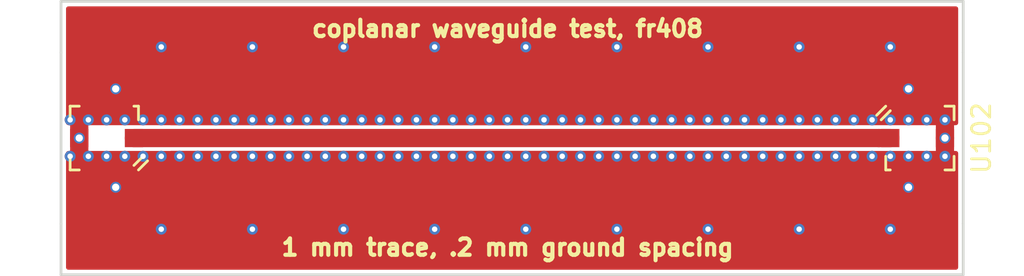
<source format=kicad_pcb>
(kicad_pcb (version 4) (host pcbnew 4.0.2-stable)

  (general
    (links 122)
    (no_connects 3)
    (area 104.604524 82.424999 173.395477 97.575001)
    (thickness 1.6)
    (drawings 10)
    (tracks 12)
    (zones 0)
    (modules 118)
    (nets 3)
  )

  (page A4)
  (layers
    (0 F.Cu signal)
    (1 In1.Cu signal)
    (2 In2.Cu signal)
    (31 B.Cu signal)
    (32 B.Adhes user)
    (33 F.Adhes user)
    (34 B.Paste user)
    (35 F.Paste user)
    (36 B.SilkS user)
    (37 F.SilkS user)
    (38 B.Mask user)
    (39 F.Mask user)
    (40 Dwgs.User user)
    (41 Cmts.User user)
    (42 Eco1.User user)
    (43 Eco2.User user)
    (44 Edge.Cuts user)
    (45 Margin user)
    (46 B.CrtYd user)
    (47 F.CrtYd user)
    (48 B.Fab user)
    (49 F.Fab user)
  )

  (setup
    (last_trace_width 1)
    (user_trace_width 1)
    (trace_clearance 0.13)
    (zone_clearance 0.2)
    (zone_45_only no)
    (trace_min 0.2)
    (segment_width 0.2)
    (edge_width 0.15)
    (via_size 0.6)
    (via_drill 0.4)
    (via_min_size 0.4)
    (via_min_drill 0.3)
    (uvia_size 0.3)
    (uvia_drill 0.1)
    (uvias_allowed no)
    (uvia_min_size 0.2)
    (uvia_min_drill 0.1)
    (pcb_text_width 0.3)
    (pcb_text_size 1.5 1.5)
    (mod_edge_width 0.15)
    (mod_text_size 1 1)
    (mod_text_width 0.15)
    (pad_size 0.6 0.6)
    (pad_drill 0.3)
    (pad_to_mask_clearance 0.2)
    (aux_axis_origin 0 0)
    (visible_elements FFFFFF7F)
    (pcbplotparams
      (layerselection 0x010f0_80000007)
      (usegerberextensions false)
      (excludeedgelayer true)
      (linewidth 0.100000)
      (plotframeref false)
      (viasonmask false)
      (mode 1)
      (useauxorigin false)
      (hpglpennumber 1)
      (hpglpenspeed 20)
      (hpglpendiameter 15)
      (hpglpenoverlay 2)
      (psnegative false)
      (psa4output false)
      (plotreference true)
      (plotvalue true)
      (plotinvisibletext false)
      (padsonsilk false)
      (subtractmaskfromsilk false)
      (outputformat 1)
      (mirror false)
      (drillshape 0)
      (scaleselection 1)
      (outputdirectory gerbs/))
  )

  (net 0 "")
  (net 1 "Net-(U101-Pad1)")
  (net 2 GND)

  (net_class Default "This is the default net class."
    (clearance 0.13)
    (trace_width 0.25)
    (via_dia 0.6)
    (via_drill 0.4)
    (uvia_dia 0.3)
    (uvia_drill 0.1)
    (add_net GND)
    (add_net "Net-(U101-Pad1)")
  )

  (module probe_footprints:via_0p6mmpad_0p4mmdrill (layer F.Cu) (tedit 577AFC4C) (tstamp 577AFEA4)
    (at 120 85)
    (fp_text reference REF**161 (at 0 1) (layer F.SilkS) hide
      (effects (font (size 1 1) (thickness 0.15)))
    )
    (fp_text value via_0p6mmpad_0p4mmdrill (at 0 -1) (layer F.Fab) hide
      (effects (font (size 1 1) (thickness 0.15)))
    )
    (pad 1 thru_hole circle (at 0 0) (size 0.6 0.6) (drill 0.3) (layers *.Cu)
      (net 2 GND))
  )

  (module probe_footprints:via_0p6mmpad_0p4mmdrill (layer F.Cu) (tedit 577AFC4C) (tstamp 577AFEA0)
    (at 125 85)
    (fp_text reference REF**161 (at 0 1) (layer F.SilkS) hide
      (effects (font (size 1 1) (thickness 0.15)))
    )
    (fp_text value via_0p6mmpad_0p4mmdrill (at 0 -1) (layer F.Fab) hide
      (effects (font (size 1 1) (thickness 0.15)))
    )
    (pad 1 thru_hole circle (at 0 0) (size 0.6 0.6) (drill 0.3) (layers *.Cu)
      (net 2 GND))
  )

  (module probe_footprints:via_0p6mmpad_0p4mmdrill (layer F.Cu) (tedit 577AFC4C) (tstamp 577AFE9C)
    (at 130 85)
    (fp_text reference REF**161 (at 0 1) (layer F.SilkS) hide
      (effects (font (size 1 1) (thickness 0.15)))
    )
    (fp_text value via_0p6mmpad_0p4mmdrill (at 0 -1) (layer F.Fab) hide
      (effects (font (size 1 1) (thickness 0.15)))
    )
    (pad 1 thru_hole circle (at 0 0) (size 0.6 0.6) (drill 0.3) (layers *.Cu)
      (net 2 GND))
  )

  (module probe_footprints:via_0p6mmpad_0p4mmdrill (layer F.Cu) (tedit 577AFC4C) (tstamp 577AFE98)
    (at 135 85)
    (fp_text reference REF**161 (at 0 1) (layer F.SilkS) hide
      (effects (font (size 1 1) (thickness 0.15)))
    )
    (fp_text value via_0p6mmpad_0p4mmdrill (at 0 -1) (layer F.Fab) hide
      (effects (font (size 1 1) (thickness 0.15)))
    )
    (pad 1 thru_hole circle (at 0 0) (size 0.6 0.6) (drill 0.3) (layers *.Cu)
      (net 2 GND))
  )

  (module probe_footprints:via_0p6mmpad_0p4mmdrill (layer F.Cu) (tedit 577AFC4C) (tstamp 577AFE94)
    (at 140 85)
    (fp_text reference REF**161 (at 0 1) (layer F.SilkS) hide
      (effects (font (size 1 1) (thickness 0.15)))
    )
    (fp_text value via_0p6mmpad_0p4mmdrill (at 0 -1) (layer F.Fab) hide
      (effects (font (size 1 1) (thickness 0.15)))
    )
    (pad 1 thru_hole circle (at 0 0) (size 0.6 0.6) (drill 0.3) (layers *.Cu)
      (net 2 GND))
  )

  (module probe_footprints:via_0p6mmpad_0p4mmdrill (layer F.Cu) (tedit 577AFC4C) (tstamp 577AFE90)
    (at 145 85)
    (fp_text reference REF**161 (at 0 1) (layer F.SilkS) hide
      (effects (font (size 1 1) (thickness 0.15)))
    )
    (fp_text value via_0p6mmpad_0p4mmdrill (at 0 -1) (layer F.Fab) hide
      (effects (font (size 1 1) (thickness 0.15)))
    )
    (pad 1 thru_hole circle (at 0 0) (size 0.6 0.6) (drill 0.3) (layers *.Cu)
      (net 2 GND))
  )

  (module probe_footprints:via_0p6mmpad_0p4mmdrill (layer F.Cu) (tedit 577AFC4C) (tstamp 577AFE8C)
    (at 150 85)
    (fp_text reference REF**161 (at 0 1) (layer F.SilkS) hide
      (effects (font (size 1 1) (thickness 0.15)))
    )
    (fp_text value via_0p6mmpad_0p4mmdrill (at 0 -1) (layer F.Fab) hide
      (effects (font (size 1 1) (thickness 0.15)))
    )
    (pad 1 thru_hole circle (at 0 0) (size 0.6 0.6) (drill 0.3) (layers *.Cu)
      (net 2 GND))
  )

  (module probe_footprints:via_0p6mmpad_0p4mmdrill (layer F.Cu) (tedit 577AFC4C) (tstamp 577AFE88)
    (at 155 85)
    (fp_text reference REF**161 (at 0 1) (layer F.SilkS) hide
      (effects (font (size 1 1) (thickness 0.15)))
    )
    (fp_text value via_0p6mmpad_0p4mmdrill (at 0 -1) (layer F.Fab) hide
      (effects (font (size 1 1) (thickness 0.15)))
    )
    (pad 1 thru_hole circle (at 0 0) (size 0.6 0.6) (drill 0.3) (layers *.Cu)
      (net 2 GND))
  )

  (module probe_footprints:via_0p6mmpad_0p4mmdrill (layer F.Cu) (tedit 577AFC4C) (tstamp 577AFE84)
    (at 160 85)
    (fp_text reference REF**161 (at 0 1) (layer F.SilkS) hide
      (effects (font (size 1 1) (thickness 0.15)))
    )
    (fp_text value via_0p6mmpad_0p4mmdrill (at 0 -1) (layer F.Fab) hide
      (effects (font (size 1 1) (thickness 0.15)))
    )
    (pad 1 thru_hole circle (at 0 0) (size 0.6 0.6) (drill 0.3) (layers *.Cu)
      (net 2 GND))
  )

  (module probe_footprints:via_0p6mmpad_0p4mmdrill (layer F.Cu) (tedit 577AFC4C) (tstamp 577AFE80)
    (at 160 95)
    (fp_text reference REF**161 (at 0 1) (layer F.SilkS) hide
      (effects (font (size 1 1) (thickness 0.15)))
    )
    (fp_text value via_0p6mmpad_0p4mmdrill (at 0 -1) (layer F.Fab) hide
      (effects (font (size 1 1) (thickness 0.15)))
    )
    (pad 1 thru_hole circle (at 0 0) (size 0.6 0.6) (drill 0.3) (layers *.Cu)
      (net 2 GND))
  )

  (module probe_footprints:via_0p6mmpad_0p4mmdrill (layer F.Cu) (tedit 577AFC4C) (tstamp 577AFE7C)
    (at 155 95)
    (fp_text reference REF**161 (at 0 1) (layer F.SilkS) hide
      (effects (font (size 1 1) (thickness 0.15)))
    )
    (fp_text value via_0p6mmpad_0p4mmdrill (at 0 -1) (layer F.Fab) hide
      (effects (font (size 1 1) (thickness 0.15)))
    )
    (pad 1 thru_hole circle (at 0 0) (size 0.6 0.6) (drill 0.3) (layers *.Cu)
      (net 2 GND))
  )

  (module probe_footprints:via_0p6mmpad_0p4mmdrill (layer F.Cu) (tedit 577AFC4C) (tstamp 577AFE78)
    (at 150 95)
    (fp_text reference REF**161 (at 0 1) (layer F.SilkS) hide
      (effects (font (size 1 1) (thickness 0.15)))
    )
    (fp_text value via_0p6mmpad_0p4mmdrill (at 0 -1) (layer F.Fab) hide
      (effects (font (size 1 1) (thickness 0.15)))
    )
    (pad 1 thru_hole circle (at 0 0) (size 0.6 0.6) (drill 0.3) (layers *.Cu)
      (net 2 GND))
  )

  (module probe_footprints:via_0p6mmpad_0p4mmdrill (layer F.Cu) (tedit 577AFC4C) (tstamp 577AFE74)
    (at 145 95)
    (fp_text reference REF**161 (at 0 1) (layer F.SilkS) hide
      (effects (font (size 1 1) (thickness 0.15)))
    )
    (fp_text value via_0p6mmpad_0p4mmdrill (at 0 -1) (layer F.Fab) hide
      (effects (font (size 1 1) (thickness 0.15)))
    )
    (pad 1 thru_hole circle (at 0 0) (size 0.6 0.6) (drill 0.3) (layers *.Cu)
      (net 2 GND))
  )

  (module probe_footprints:via_0p6mmpad_0p4mmdrill (layer F.Cu) (tedit 577AFC4C) (tstamp 577AFE70)
    (at 140 95)
    (fp_text reference REF**161 (at 0 1) (layer F.SilkS) hide
      (effects (font (size 1 1) (thickness 0.15)))
    )
    (fp_text value via_0p6mmpad_0p4mmdrill (at 0 -1) (layer F.Fab) hide
      (effects (font (size 1 1) (thickness 0.15)))
    )
    (pad 1 thru_hole circle (at 0 0) (size 0.6 0.6) (drill 0.3) (layers *.Cu)
      (net 2 GND))
  )

  (module probe_footprints:via_0p6mmpad_0p4mmdrill (layer F.Cu) (tedit 577AFC4C) (tstamp 577AFE6C)
    (at 135 95)
    (fp_text reference REF**161 (at 0 1) (layer F.SilkS) hide
      (effects (font (size 1 1) (thickness 0.15)))
    )
    (fp_text value via_0p6mmpad_0p4mmdrill (at 0 -1) (layer F.Fab) hide
      (effects (font (size 1 1) (thickness 0.15)))
    )
    (pad 1 thru_hole circle (at 0 0) (size 0.6 0.6) (drill 0.3) (layers *.Cu)
      (net 2 GND))
  )

  (module probe_footprints:via_0p6mmpad_0p4mmdrill (layer F.Cu) (tedit 577AFC4C) (tstamp 577AFE68)
    (at 130 95)
    (fp_text reference REF**161 (at 0 1) (layer F.SilkS) hide
      (effects (font (size 1 1) (thickness 0.15)))
    )
    (fp_text value via_0p6mmpad_0p4mmdrill (at 0 -1) (layer F.Fab) hide
      (effects (font (size 1 1) (thickness 0.15)))
    )
    (pad 1 thru_hole circle (at 0 0) (size 0.6 0.6) (drill 0.3) (layers *.Cu)
      (net 2 GND))
  )

  (module probe_footprints:via_0p6mmpad_0p4mmdrill (layer F.Cu) (tedit 577AFC4C) (tstamp 577AFE64)
    (at 125 95)
    (fp_text reference REF**161 (at 0 1) (layer F.SilkS) hide
      (effects (font (size 1 1) (thickness 0.15)))
    )
    (fp_text value via_0p6mmpad_0p4mmdrill (at 0 -1) (layer F.Fab) hide
      (effects (font (size 1 1) (thickness 0.15)))
    )
    (pad 1 thru_hole circle (at 0 0) (size 0.6 0.6) (drill 0.3) (layers *.Cu)
      (net 2 GND))
  )

  (module probe_footprints:via_0p6mmpad_0p4mmdrill (layer F.Cu) (tedit 577AFC4C) (tstamp 577AFE60)
    (at 120 95)
    (fp_text reference REF**161 (at 0 1) (layer F.SilkS) hide
      (effects (font (size 1 1) (thickness 0.15)))
    )
    (fp_text value via_0p6mmpad_0p4mmdrill (at 0 -1) (layer F.Fab) hide
      (effects (font (size 1 1) (thickness 0.15)))
    )
    (pad 1 thru_hole circle (at 0 0) (size 0.6 0.6) (drill 0.3) (layers *.Cu)
      (net 2 GND))
  )

  (module probe_footprints:via_0p6mmpad_0p4mmdrill (layer F.Cu) (tedit 577AFC4C) (tstamp 577AFE52)
    (at 163 91)
    (fp_text reference REF**1491 (at 0 1) (layer F.SilkS) hide
      (effects (font (size 1 1) (thickness 0.15)))
    )
    (fp_text value via_0p6mmpad_0p4mmdrill (at 0 -1) (layer F.Fab) hide
      (effects (font (size 1 1) (thickness 0.15)))
    )
    (pad 1 thru_hole circle (at 0 0) (size 0.6 0.6) (drill 0.3) (layers *.Cu)
      (net 2 GND))
  )

  (module probe_footprints:via_0p6mmpad_0p4mmdrill (layer F.Cu) (tedit 577AFC4C) (tstamp 577AFE4E)
    (at 162 91)
    (fp_text reference REF**1481 (at 0 1) (layer F.SilkS) hide
      (effects (font (size 1 1) (thickness 0.15)))
    )
    (fp_text value via_0p6mmpad_0p4mmdrill (at 0 -1) (layer F.Fab) hide
      (effects (font (size 1 1) (thickness 0.15)))
    )
    (pad 1 thru_hole circle (at 0 0) (size 0.6 0.6) (drill 0.3) (layers *.Cu)
      (net 2 GND))
  )

  (module probe_footprints:via_0p6mmpad_0p4mmdrill (layer F.Cu) (tedit 577AFC4C) (tstamp 577AFE4A)
    (at 161 91)
    (fp_text reference REF**1471 (at 0 1) (layer F.SilkS) hide
      (effects (font (size 1 1) (thickness 0.15)))
    )
    (fp_text value via_0p6mmpad_0p4mmdrill (at 0 -1) (layer F.Fab) hide
      (effects (font (size 1 1) (thickness 0.15)))
    )
    (pad 1 thru_hole circle (at 0 0) (size 0.6 0.6) (drill 0.3) (layers *.Cu)
      (net 2 GND))
  )

  (module probe_footprints:via_0p6mmpad_0p4mmdrill (layer F.Cu) (tedit 577AFC4C) (tstamp 577AFE46)
    (at 160 91)
    (fp_text reference REF**1461 (at 0 1) (layer F.SilkS) hide
      (effects (font (size 1 1) (thickness 0.15)))
    )
    (fp_text value via_0p6mmpad_0p4mmdrill (at 0 -1) (layer F.Fab) hide
      (effects (font (size 1 1) (thickness 0.15)))
    )
    (pad 1 thru_hole circle (at 0 0) (size 0.6 0.6) (drill 0.3) (layers *.Cu)
      (net 2 GND))
  )

  (module probe_footprints:via_0p6mmpad_0p4mmdrill (layer F.Cu) (tedit 577AFC4C) (tstamp 577AFE42)
    (at 159 91)
    (fp_text reference REF**1451 (at 0 1) (layer F.SilkS) hide
      (effects (font (size 1 1) (thickness 0.15)))
    )
    (fp_text value via_0p6mmpad_0p4mmdrill (at 0 -1) (layer F.Fab) hide
      (effects (font (size 1 1) (thickness 0.15)))
    )
    (pad 1 thru_hole circle (at 0 0) (size 0.6 0.6) (drill 0.3) (layers *.Cu)
      (net 2 GND))
  )

  (module probe_footprints:via_0p6mmpad_0p4mmdrill (layer F.Cu) (tedit 577AFC4C) (tstamp 577AFE3E)
    (at 158 91)
    (fp_text reference REF**1441 (at 0 1) (layer F.SilkS) hide
      (effects (font (size 1 1) (thickness 0.15)))
    )
    (fp_text value via_0p6mmpad_0p4mmdrill (at 0 -1) (layer F.Fab) hide
      (effects (font (size 1 1) (thickness 0.15)))
    )
    (pad 1 thru_hole circle (at 0 0) (size 0.6 0.6) (drill 0.3) (layers *.Cu)
      (net 2 GND))
  )

  (module probe_footprints:via_0p6mmpad_0p4mmdrill (layer F.Cu) (tedit 577AFC4C) (tstamp 577AFE3A)
    (at 157 91)
    (fp_text reference REF**1431 (at 0 1) (layer F.SilkS) hide
      (effects (font (size 1 1) (thickness 0.15)))
    )
    (fp_text value via_0p6mmpad_0p4mmdrill (at 0 -1) (layer F.Fab) hide
      (effects (font (size 1 1) (thickness 0.15)))
    )
    (pad 1 thru_hole circle (at 0 0) (size 0.6 0.6) (drill 0.3) (layers *.Cu)
      (net 2 GND))
  )

  (module probe_footprints:via_0p6mmpad_0p4mmdrill (layer F.Cu) (tedit 577AFC4C) (tstamp 577AFE36)
    (at 156 91)
    (fp_text reference REF**1421 (at 0 1) (layer F.SilkS) hide
      (effects (font (size 1 1) (thickness 0.15)))
    )
    (fp_text value via_0p6mmpad_0p4mmdrill (at 0 -1) (layer F.Fab) hide
      (effects (font (size 1 1) (thickness 0.15)))
    )
    (pad 1 thru_hole circle (at 0 0) (size 0.6 0.6) (drill 0.3) (layers *.Cu)
      (net 2 GND))
  )

  (module probe_footprints:via_0p6mmpad_0p4mmdrill (layer F.Cu) (tedit 577AFC4C) (tstamp 577AFE32)
    (at 155 91)
    (fp_text reference REF**1411 (at 0 1) (layer F.SilkS) hide
      (effects (font (size 1 1) (thickness 0.15)))
    )
    (fp_text value via_0p6mmpad_0p4mmdrill (at 0 -1) (layer F.Fab) hide
      (effects (font (size 1 1) (thickness 0.15)))
    )
    (pad 1 thru_hole circle (at 0 0) (size 0.6 0.6) (drill 0.3) (layers *.Cu)
      (net 2 GND))
  )

  (module probe_footprints:via_0p6mmpad_0p4mmdrill (layer F.Cu) (tedit 577AFC4C) (tstamp 577AFE2E)
    (at 154 91)
    (fp_text reference REF**1401 (at 0 1) (layer F.SilkS) hide
      (effects (font (size 1 1) (thickness 0.15)))
    )
    (fp_text value via_0p6mmpad_0p4mmdrill (at 0 -1) (layer F.Fab) hide
      (effects (font (size 1 1) (thickness 0.15)))
    )
    (pad 1 thru_hole circle (at 0 0) (size 0.6 0.6) (drill 0.3) (layers *.Cu)
      (net 2 GND))
  )

  (module probe_footprints:via_0p6mmpad_0p4mmdrill (layer F.Cu) (tedit 577AFC4C) (tstamp 577AFE2A)
    (at 153 91)
    (fp_text reference REF**1391 (at 0 1) (layer F.SilkS) hide
      (effects (font (size 1 1) (thickness 0.15)))
    )
    (fp_text value via_0p6mmpad_0p4mmdrill (at 0 -1) (layer F.Fab) hide
      (effects (font (size 1 1) (thickness 0.15)))
    )
    (pad 1 thru_hole circle (at 0 0) (size 0.6 0.6) (drill 0.3) (layers *.Cu)
      (net 2 GND))
  )

  (module probe_footprints:via_0p6mmpad_0p4mmdrill (layer F.Cu) (tedit 577AFC4C) (tstamp 577AFE26)
    (at 152 91)
    (fp_text reference REF**1381 (at 0 1) (layer F.SilkS) hide
      (effects (font (size 1 1) (thickness 0.15)))
    )
    (fp_text value via_0p6mmpad_0p4mmdrill (at 0 -1) (layer F.Fab) hide
      (effects (font (size 1 1) (thickness 0.15)))
    )
    (pad 1 thru_hole circle (at 0 0) (size 0.6 0.6) (drill 0.3) (layers *.Cu)
      (net 2 GND))
  )

  (module probe_footprints:via_0p6mmpad_0p4mmdrill (layer F.Cu) (tedit 577AFC4C) (tstamp 577AFE22)
    (at 151 91)
    (fp_text reference REF**1371 (at 0 1) (layer F.SilkS) hide
      (effects (font (size 1 1) (thickness 0.15)))
    )
    (fp_text value via_0p6mmpad_0p4mmdrill (at 0 -1) (layer F.Fab) hide
      (effects (font (size 1 1) (thickness 0.15)))
    )
    (pad 1 thru_hole circle (at 0 0) (size 0.6 0.6) (drill 0.3) (layers *.Cu)
      (net 2 GND))
  )

  (module probe_footprints:via_0p6mmpad_0p4mmdrill (layer F.Cu) (tedit 577AFC4C) (tstamp 577AFE1E)
    (at 150 91)
    (fp_text reference REF**1361 (at 0 1) (layer F.SilkS) hide
      (effects (font (size 1 1) (thickness 0.15)))
    )
    (fp_text value via_0p6mmpad_0p4mmdrill (at 0 -1) (layer F.Fab) hide
      (effects (font (size 1 1) (thickness 0.15)))
    )
    (pad 1 thru_hole circle (at 0 0) (size 0.6 0.6) (drill 0.3) (layers *.Cu)
      (net 2 GND))
  )

  (module probe_footprints:via_0p6mmpad_0p4mmdrill (layer F.Cu) (tedit 577AFC4C) (tstamp 577AFE1A)
    (at 149 91)
    (fp_text reference REF**1351 (at 0 1) (layer F.SilkS) hide
      (effects (font (size 1 1) (thickness 0.15)))
    )
    (fp_text value via_0p6mmpad_0p4mmdrill (at 0 -1) (layer F.Fab) hide
      (effects (font (size 1 1) (thickness 0.15)))
    )
    (pad 1 thru_hole circle (at 0 0) (size 0.6 0.6) (drill 0.3) (layers *.Cu)
      (net 2 GND))
  )

  (module probe_footprints:via_0p6mmpad_0p4mmdrill (layer F.Cu) (tedit 577AFC4C) (tstamp 577AFE16)
    (at 148 91)
    (fp_text reference REF**1341 (at 0 1) (layer F.SilkS) hide
      (effects (font (size 1 1) (thickness 0.15)))
    )
    (fp_text value via_0p6mmpad_0p4mmdrill (at 0 -1) (layer F.Fab) hide
      (effects (font (size 1 1) (thickness 0.15)))
    )
    (pad 1 thru_hole circle (at 0 0) (size 0.6 0.6) (drill 0.3) (layers *.Cu)
      (net 2 GND))
  )

  (module probe_footprints:via_0p6mmpad_0p4mmdrill (layer F.Cu) (tedit 577AFC4C) (tstamp 577AFE12)
    (at 147 91)
    (fp_text reference REF**1331 (at 0 1) (layer F.SilkS) hide
      (effects (font (size 1 1) (thickness 0.15)))
    )
    (fp_text value via_0p6mmpad_0p4mmdrill (at 0 -1) (layer F.Fab) hide
      (effects (font (size 1 1) (thickness 0.15)))
    )
    (pad 1 thru_hole circle (at 0 0) (size 0.6 0.6) (drill 0.3) (layers *.Cu)
      (net 2 GND))
  )

  (module probe_footprints:via_0p6mmpad_0p4mmdrill (layer F.Cu) (tedit 577AFC4C) (tstamp 577AFE0E)
    (at 146 91)
    (fp_text reference REF**1321 (at 0 1) (layer F.SilkS) hide
      (effects (font (size 1 1) (thickness 0.15)))
    )
    (fp_text value via_0p6mmpad_0p4mmdrill (at 0 -1) (layer F.Fab) hide
      (effects (font (size 1 1) (thickness 0.15)))
    )
    (pad 1 thru_hole circle (at 0 0) (size 0.6 0.6) (drill 0.3) (layers *.Cu)
      (net 2 GND))
  )

  (module probe_footprints:via_0p6mmpad_0p4mmdrill (layer F.Cu) (tedit 577AFC4C) (tstamp 577AFE0A)
    (at 145 91)
    (fp_text reference REF**1311 (at 0 1) (layer F.SilkS) hide
      (effects (font (size 1 1) (thickness 0.15)))
    )
    (fp_text value via_0p6mmpad_0p4mmdrill (at 0 -1) (layer F.Fab) hide
      (effects (font (size 1 1) (thickness 0.15)))
    )
    (pad 1 thru_hole circle (at 0 0) (size 0.6 0.6) (drill 0.3) (layers *.Cu)
      (net 2 GND))
  )

  (module probe_footprints:via_0p6mmpad_0p4mmdrill (layer F.Cu) (tedit 577AFC4C) (tstamp 577AFE06)
    (at 144 91)
    (fp_text reference REF**1301 (at 0 1) (layer F.SilkS) hide
      (effects (font (size 1 1) (thickness 0.15)))
    )
    (fp_text value via_0p6mmpad_0p4mmdrill (at 0 -1) (layer F.Fab) hide
      (effects (font (size 1 1) (thickness 0.15)))
    )
    (pad 1 thru_hole circle (at 0 0) (size 0.6 0.6) (drill 0.3) (layers *.Cu)
      (net 2 GND))
  )

  (module probe_footprints:via_0p6mmpad_0p4mmdrill (layer F.Cu) (tedit 577AFC4C) (tstamp 577AFE02)
    (at 143 91)
    (fp_text reference REF**1291 (at 0 1) (layer F.SilkS) hide
      (effects (font (size 1 1) (thickness 0.15)))
    )
    (fp_text value via_0p6mmpad_0p4mmdrill (at 0 -1) (layer F.Fab) hide
      (effects (font (size 1 1) (thickness 0.15)))
    )
    (pad 1 thru_hole circle (at 0 0) (size 0.6 0.6) (drill 0.3) (layers *.Cu)
      (net 2 GND))
  )

  (module probe_footprints:via_0p6mmpad_0p4mmdrill (layer F.Cu) (tedit 577AFC4C) (tstamp 577AFDFE)
    (at 142 91)
    (fp_text reference REF**1281 (at 0 1) (layer F.SilkS) hide
      (effects (font (size 1 1) (thickness 0.15)))
    )
    (fp_text value via_0p6mmpad_0p4mmdrill (at 0 -1) (layer F.Fab) hide
      (effects (font (size 1 1) (thickness 0.15)))
    )
    (pad 1 thru_hole circle (at 0 0) (size 0.6 0.6) (drill 0.3) (layers *.Cu)
      (net 2 GND))
  )

  (module probe_footprints:via_0p6mmpad_0p4mmdrill (layer F.Cu) (tedit 577AFC4C) (tstamp 577AFDFA)
    (at 141 91)
    (fp_text reference REF**1271 (at 0 1) (layer F.SilkS) hide
      (effects (font (size 1 1) (thickness 0.15)))
    )
    (fp_text value via_0p6mmpad_0p4mmdrill (at 0 -1) (layer F.Fab) hide
      (effects (font (size 1 1) (thickness 0.15)))
    )
    (pad 1 thru_hole circle (at 0 0) (size 0.6 0.6) (drill 0.3) (layers *.Cu)
      (net 2 GND))
  )

  (module probe_footprints:via_0p6mmpad_0p4mmdrill (layer F.Cu) (tedit 577AFC4C) (tstamp 577AFDF6)
    (at 140 91)
    (fp_text reference REF**1261 (at 0 1) (layer F.SilkS) hide
      (effects (font (size 1 1) (thickness 0.15)))
    )
    (fp_text value via_0p6mmpad_0p4mmdrill (at 0 -1) (layer F.Fab) hide
      (effects (font (size 1 1) (thickness 0.15)))
    )
    (pad 1 thru_hole circle (at 0 0) (size 0.6 0.6) (drill 0.3) (layers *.Cu)
      (net 2 GND))
  )

  (module probe_footprints:via_0p6mmpad_0p4mmdrill (layer F.Cu) (tedit 577AFC4C) (tstamp 577AFDF2)
    (at 139 91)
    (fp_text reference REF**1251 (at 0 1) (layer F.SilkS) hide
      (effects (font (size 1 1) (thickness 0.15)))
    )
    (fp_text value via_0p6mmpad_0p4mmdrill (at 0 -1) (layer F.Fab) hide
      (effects (font (size 1 1) (thickness 0.15)))
    )
    (pad 1 thru_hole circle (at 0 0) (size 0.6 0.6) (drill 0.3) (layers *.Cu)
      (net 2 GND))
  )

  (module probe_footprints:via_0p6mmpad_0p4mmdrill (layer F.Cu) (tedit 577AFC4C) (tstamp 577AFDEE)
    (at 138 91)
    (fp_text reference REF**1241 (at 0 1) (layer F.SilkS) hide
      (effects (font (size 1 1) (thickness 0.15)))
    )
    (fp_text value via_0p6mmpad_0p4mmdrill (at 0 -1) (layer F.Fab) hide
      (effects (font (size 1 1) (thickness 0.15)))
    )
    (pad 1 thru_hole circle (at 0 0) (size 0.6 0.6) (drill 0.3) (layers *.Cu)
      (net 2 GND))
  )

  (module probe_footprints:via_0p6mmpad_0p4mmdrill (layer F.Cu) (tedit 577AFC4C) (tstamp 577AFDEA)
    (at 137 91)
    (fp_text reference REF**1231 (at 0 1) (layer F.SilkS) hide
      (effects (font (size 1 1) (thickness 0.15)))
    )
    (fp_text value via_0p6mmpad_0p4mmdrill (at 0 -1) (layer F.Fab) hide
      (effects (font (size 1 1) (thickness 0.15)))
    )
    (pad 1 thru_hole circle (at 0 0) (size 0.6 0.6) (drill 0.3) (layers *.Cu)
      (net 2 GND))
  )

  (module probe_footprints:via_0p6mmpad_0p4mmdrill (layer F.Cu) (tedit 577AFC4C) (tstamp 577AFDE6)
    (at 136 91)
    (fp_text reference REF**1221 (at 0 1) (layer F.SilkS) hide
      (effects (font (size 1 1) (thickness 0.15)))
    )
    (fp_text value via_0p6mmpad_0p4mmdrill (at 0 -1) (layer F.Fab) hide
      (effects (font (size 1 1) (thickness 0.15)))
    )
    (pad 1 thru_hole circle (at 0 0) (size 0.6 0.6) (drill 0.3) (layers *.Cu)
      (net 2 GND))
  )

  (module probe_footprints:via_0p6mmpad_0p4mmdrill (layer F.Cu) (tedit 577AFC4C) (tstamp 577AFDE2)
    (at 135 91)
    (fp_text reference REF**1211 (at 0 1) (layer F.SilkS) hide
      (effects (font (size 1 1) (thickness 0.15)))
    )
    (fp_text value via_0p6mmpad_0p4mmdrill (at 0 -1) (layer F.Fab) hide
      (effects (font (size 1 1) (thickness 0.15)))
    )
    (pad 1 thru_hole circle (at 0 0) (size 0.6 0.6) (drill 0.3) (layers *.Cu)
      (net 2 GND))
  )

  (module probe_footprints:via_0p6mmpad_0p4mmdrill (layer F.Cu) (tedit 577AFC4C) (tstamp 577AFDDE)
    (at 134 91)
    (fp_text reference REF**1201 (at 0 1) (layer F.SilkS) hide
      (effects (font (size 1 1) (thickness 0.15)))
    )
    (fp_text value via_0p6mmpad_0p4mmdrill (at 0 -1) (layer F.Fab) hide
      (effects (font (size 1 1) (thickness 0.15)))
    )
    (pad 1 thru_hole circle (at 0 0) (size 0.6 0.6) (drill 0.3) (layers *.Cu)
      (net 2 GND))
  )

  (module probe_footprints:via_0p6mmpad_0p4mmdrill (layer F.Cu) (tedit 577AFC4C) (tstamp 577AFDDA)
    (at 133 91)
    (fp_text reference REF**1191 (at 0 1) (layer F.SilkS) hide
      (effects (font (size 1 1) (thickness 0.15)))
    )
    (fp_text value via_0p6mmpad_0p4mmdrill (at 0 -1) (layer F.Fab) hide
      (effects (font (size 1 1) (thickness 0.15)))
    )
    (pad 1 thru_hole circle (at 0 0) (size 0.6 0.6) (drill 0.3) (layers *.Cu)
      (net 2 GND))
  )

  (module probe_footprints:via_0p6mmpad_0p4mmdrill (layer F.Cu) (tedit 577AFC4C) (tstamp 577AFDD6)
    (at 132 91)
    (fp_text reference REF**1181 (at 0 1) (layer F.SilkS) hide
      (effects (font (size 1 1) (thickness 0.15)))
    )
    (fp_text value via_0p6mmpad_0p4mmdrill (at 0 -1) (layer F.Fab) hide
      (effects (font (size 1 1) (thickness 0.15)))
    )
    (pad 1 thru_hole circle (at 0 0) (size 0.6 0.6) (drill 0.3) (layers *.Cu)
      (net 2 GND))
  )

  (module probe_footprints:via_0p6mmpad_0p4mmdrill (layer F.Cu) (tedit 577AFC4C) (tstamp 577AFDD2)
    (at 131 91)
    (fp_text reference REF**1171 (at 0 1) (layer F.SilkS) hide
      (effects (font (size 1 1) (thickness 0.15)))
    )
    (fp_text value via_0p6mmpad_0p4mmdrill (at 0 -1) (layer F.Fab) hide
      (effects (font (size 1 1) (thickness 0.15)))
    )
    (pad 1 thru_hole circle (at 0 0) (size 0.6 0.6) (drill 0.3) (layers *.Cu)
      (net 2 GND))
  )

  (module probe_footprints:via_0p6mmpad_0p4mmdrill (layer F.Cu) (tedit 577AFC4C) (tstamp 577AFDCE)
    (at 130 91)
    (fp_text reference REF**1161 (at 0 1) (layer F.SilkS) hide
      (effects (font (size 1 1) (thickness 0.15)))
    )
    (fp_text value via_0p6mmpad_0p4mmdrill (at 0 -1) (layer F.Fab) hide
      (effects (font (size 1 1) (thickness 0.15)))
    )
    (pad 1 thru_hole circle (at 0 0) (size 0.6 0.6) (drill 0.3) (layers *.Cu)
      (net 2 GND))
  )

  (module probe_footprints:via_0p6mmpad_0p4mmdrill (layer F.Cu) (tedit 577AFC4C) (tstamp 577AFDCA)
    (at 129 91)
    (fp_text reference REF**1151 (at 0 1) (layer F.SilkS) hide
      (effects (font (size 1 1) (thickness 0.15)))
    )
    (fp_text value via_0p6mmpad_0p4mmdrill (at 0 -1) (layer F.Fab) hide
      (effects (font (size 1 1) (thickness 0.15)))
    )
    (pad 1 thru_hole circle (at 0 0) (size 0.6 0.6) (drill 0.3) (layers *.Cu)
      (net 2 GND))
  )

  (module probe_footprints:via_0p6mmpad_0p4mmdrill (layer F.Cu) (tedit 577AFC4C) (tstamp 577AFDC6)
    (at 128 91)
    (fp_text reference REF**1141 (at 0 1) (layer F.SilkS) hide
      (effects (font (size 1 1) (thickness 0.15)))
    )
    (fp_text value via_0p6mmpad_0p4mmdrill (at 0 -1) (layer F.Fab) hide
      (effects (font (size 1 1) (thickness 0.15)))
    )
    (pad 1 thru_hole circle (at 0 0) (size 0.6 0.6) (drill 0.3) (layers *.Cu)
      (net 2 GND))
  )

  (module probe_footprints:via_0p6mmpad_0p4mmdrill (layer F.Cu) (tedit 577AFC4C) (tstamp 577AFDC2)
    (at 127 91)
    (fp_text reference REF**1131 (at 0 1) (layer F.SilkS) hide
      (effects (font (size 1 1) (thickness 0.15)))
    )
    (fp_text value via_0p6mmpad_0p4mmdrill (at 0 -1) (layer F.Fab) hide
      (effects (font (size 1 1) (thickness 0.15)))
    )
    (pad 1 thru_hole circle (at 0 0) (size 0.6 0.6) (drill 0.3) (layers *.Cu)
      (net 2 GND))
  )

  (module probe_footprints:via_0p6mmpad_0p4mmdrill (layer F.Cu) (tedit 577AFC4C) (tstamp 577AFDBE)
    (at 126 91)
    (fp_text reference REF**1121 (at 0 1) (layer F.SilkS) hide
      (effects (font (size 1 1) (thickness 0.15)))
    )
    (fp_text value via_0p6mmpad_0p4mmdrill (at 0 -1) (layer F.Fab) hide
      (effects (font (size 1 1) (thickness 0.15)))
    )
    (pad 1 thru_hole circle (at 0 0) (size 0.6 0.6) (drill 0.3) (layers *.Cu)
      (net 2 GND))
  )

  (module probe_footprints:via_0p6mmpad_0p4mmdrill (layer F.Cu) (tedit 577AFC4C) (tstamp 577AFDBA)
    (at 125 91)
    (fp_text reference REF**1111 (at 0 1) (layer F.SilkS) hide
      (effects (font (size 1 1) (thickness 0.15)))
    )
    (fp_text value via_0p6mmpad_0p4mmdrill (at 0 -1) (layer F.Fab) hide
      (effects (font (size 1 1) (thickness 0.15)))
    )
    (pad 1 thru_hole circle (at 0 0) (size 0.6 0.6) (drill 0.3) (layers *.Cu)
      (net 2 GND))
  )

  (module probe_footprints:via_0p6mmpad_0p4mmdrill (layer F.Cu) (tedit 577AFC4C) (tstamp 577AFDB6)
    (at 124 91)
    (fp_text reference REF**1101 (at 0 1) (layer F.SilkS) hide
      (effects (font (size 1 1) (thickness 0.15)))
    )
    (fp_text value via_0p6mmpad_0p4mmdrill (at 0 -1) (layer F.Fab) hide
      (effects (font (size 1 1) (thickness 0.15)))
    )
    (pad 1 thru_hole circle (at 0 0) (size 0.6 0.6) (drill 0.3) (layers *.Cu)
      (net 2 GND))
  )

  (module probe_footprints:via_0p6mmpad_0p4mmdrill (layer F.Cu) (tedit 577AFC4C) (tstamp 577AFDB2)
    (at 123 91)
    (fp_text reference REF**191 (at 0 1) (layer F.SilkS) hide
      (effects (font (size 1 1) (thickness 0.15)))
    )
    (fp_text value via_0p6mmpad_0p4mmdrill (at 0 -1) (layer F.Fab) hide
      (effects (font (size 1 1) (thickness 0.15)))
    )
    (pad 1 thru_hole circle (at 0 0) (size 0.6 0.6) (drill 0.3) (layers *.Cu)
      (net 2 GND))
  )

  (module probe_footprints:via_0p6mmpad_0p4mmdrill (layer F.Cu) (tedit 577AFC4C) (tstamp 577AFDAE)
    (at 122 91)
    (fp_text reference REF**181 (at 0 1) (layer F.SilkS) hide
      (effects (font (size 1 1) (thickness 0.15)))
    )
    (fp_text value via_0p6mmpad_0p4mmdrill (at 0 -1) (layer F.Fab) hide
      (effects (font (size 1 1) (thickness 0.15)))
    )
    (pad 1 thru_hole circle (at 0 0) (size 0.6 0.6) (drill 0.3) (layers *.Cu)
      (net 2 GND))
  )

  (module probe_footprints:via_0p6mmpad_0p4mmdrill (layer F.Cu) (tedit 577AFC4C) (tstamp 577AFDAA)
    (at 121 91)
    (fp_text reference REF**171 (at 0 1) (layer F.SilkS) hide
      (effects (font (size 1 1) (thickness 0.15)))
    )
    (fp_text value via_0p6mmpad_0p4mmdrill (at 0 -1) (layer F.Fab) hide
      (effects (font (size 1 1) (thickness 0.15)))
    )
    (pad 1 thru_hole circle (at 0 0) (size 0.6 0.6) (drill 0.3) (layers *.Cu)
      (net 2 GND))
  )

  (module probe_footprints:via_0p6mmpad_0p4mmdrill (layer F.Cu) (tedit 577AFC4C) (tstamp 577AFDA6)
    (at 120 91)
    (fp_text reference REF**161 (at 0 1) (layer F.SilkS) hide
      (effects (font (size 1 1) (thickness 0.15)))
    )
    (fp_text value via_0p6mmpad_0p4mmdrill (at 0 -1) (layer F.Fab) hide
      (effects (font (size 1 1) (thickness 0.15)))
    )
    (pad 1 thru_hole circle (at 0 0) (size 0.6 0.6) (drill 0.3) (layers *.Cu)
      (net 2 GND))
  )

  (module probe_footprints:via_0p6mmpad_0p4mmdrill (layer F.Cu) (tedit 577AFC4C) (tstamp 577AFDA2)
    (at 119 91)
    (fp_text reference REF**151 (at 0 1) (layer F.SilkS) hide
      (effects (font (size 1 1) (thickness 0.15)))
    )
    (fp_text value via_0p6mmpad_0p4mmdrill (at 0 -1) (layer F.Fab) hide
      (effects (font (size 1 1) (thickness 0.15)))
    )
    (pad 1 thru_hole circle (at 0 0) (size 0.6 0.6) (drill 0.3) (layers *.Cu)
      (net 2 GND))
  )

  (module probe_footprints:via_0p6mmpad_0p4mmdrill (layer F.Cu) (tedit 577AFC4C) (tstamp 577AFD9E)
    (at 118 91)
    (fp_text reference REF**141 (at 0 1) (layer F.SilkS) hide
      (effects (font (size 1 1) (thickness 0.15)))
    )
    (fp_text value via_0p6mmpad_0p4mmdrill (at 0 -1) (layer F.Fab) hide
      (effects (font (size 1 1) (thickness 0.15)))
    )
    (pad 1 thru_hole circle (at 0 0) (size 0.6 0.6) (drill 0.3) (layers *.Cu)
      (net 2 GND))
  )

  (module probe_footprints:via_0p6mmpad_0p4mmdrill (layer F.Cu) (tedit 577AFC4C) (tstamp 577AFD9A)
    (at 117 91)
    (fp_text reference REF**131 (at 0 1) (layer F.SilkS) hide
      (effects (font (size 1 1) (thickness 0.15)))
    )
    (fp_text value via_0p6mmpad_0p4mmdrill (at 0 -1) (layer F.Fab) hide
      (effects (font (size 1 1) (thickness 0.15)))
    )
    (pad 1 thru_hole circle (at 0 0) (size 0.6 0.6) (drill 0.3) (layers *.Cu)
      (net 2 GND))
  )

  (module probe_footprints:via_0p6mmpad_0p4mmdrill (layer F.Cu) (tedit 577AFC4C) (tstamp 577AFD96)
    (at 116 91)
    (fp_text reference REF**121 (at 0 1) (layer F.SilkS) hide
      (effects (font (size 1 1) (thickness 0.15)))
    )
    (fp_text value via_0p6mmpad_0p4mmdrill (at 0 -1) (layer F.Fab) hide
      (effects (font (size 1 1) (thickness 0.15)))
    )
    (pad 1 thru_hole circle (at 0 0) (size 0.6 0.6) (drill 0.3) (layers *.Cu)
      (net 2 GND))
  )

  (module probe_footprints:via_0p6mmpad_0p4mmdrill (layer F.Cu) (tedit 577AFC4C) (tstamp 577AFD86)
    (at 163 89)
    (fp_text reference REF**1491 (at 0 1) (layer F.SilkS) hide
      (effects (font (size 1 1) (thickness 0.15)))
    )
    (fp_text value via_0p6mmpad_0p4mmdrill (at 0 -1) (layer F.Fab) hide
      (effects (font (size 1 1) (thickness 0.15)))
    )
    (pad 1 thru_hole circle (at 0 0) (size 0.6 0.6) (drill 0.3) (layers *.Cu)
      (net 2 GND))
  )

  (module probe_footprints:via_0p6mmpad_0p4mmdrill (layer F.Cu) (tedit 577AFC4C) (tstamp 577AFD82)
    (at 162 89)
    (fp_text reference REF**1481 (at 0 1) (layer F.SilkS) hide
      (effects (font (size 1 1) (thickness 0.15)))
    )
    (fp_text value via_0p6mmpad_0p4mmdrill (at 0 -1) (layer F.Fab) hide
      (effects (font (size 1 1) (thickness 0.15)))
    )
    (pad 1 thru_hole circle (at 0 0) (size 0.6 0.6) (drill 0.3) (layers *.Cu)
      (net 2 GND))
  )

  (module probe_footprints:via_0p6mmpad_0p4mmdrill (layer F.Cu) (tedit 577AFC4C) (tstamp 577AFD7E)
    (at 161 89)
    (fp_text reference REF**1471 (at 0 1) (layer F.SilkS) hide
      (effects (font (size 1 1) (thickness 0.15)))
    )
    (fp_text value via_0p6mmpad_0p4mmdrill (at 0 -1) (layer F.Fab) hide
      (effects (font (size 1 1) (thickness 0.15)))
    )
    (pad 1 thru_hole circle (at 0 0) (size 0.6 0.6) (drill 0.3) (layers *.Cu)
      (net 2 GND))
  )

  (module probe_footprints:via_0p6mmpad_0p4mmdrill (layer F.Cu) (tedit 577AFC4C) (tstamp 577AFD7A)
    (at 160 89)
    (fp_text reference REF**1461 (at 0 1) (layer F.SilkS) hide
      (effects (font (size 1 1) (thickness 0.15)))
    )
    (fp_text value via_0p6mmpad_0p4mmdrill (at 0 -1) (layer F.Fab) hide
      (effects (font (size 1 1) (thickness 0.15)))
    )
    (pad 1 thru_hole circle (at 0 0) (size 0.6 0.6) (drill 0.3) (layers *.Cu)
      (net 2 GND))
  )

  (module probe_footprints:via_0p6mmpad_0p4mmdrill (layer F.Cu) (tedit 577AFC4C) (tstamp 577AFD76)
    (at 159 89)
    (fp_text reference REF**1451 (at 0 1) (layer F.SilkS) hide
      (effects (font (size 1 1) (thickness 0.15)))
    )
    (fp_text value via_0p6mmpad_0p4mmdrill (at 0 -1) (layer F.Fab) hide
      (effects (font (size 1 1) (thickness 0.15)))
    )
    (pad 1 thru_hole circle (at 0 0) (size 0.6 0.6) (drill 0.3) (layers *.Cu)
      (net 2 GND))
  )

  (module probe_footprints:via_0p6mmpad_0p4mmdrill (layer F.Cu) (tedit 577AFC4C) (tstamp 577AFD72)
    (at 158 89)
    (fp_text reference REF**1441 (at 0 1) (layer F.SilkS) hide
      (effects (font (size 1 1) (thickness 0.15)))
    )
    (fp_text value via_0p6mmpad_0p4mmdrill (at 0 -1) (layer F.Fab) hide
      (effects (font (size 1 1) (thickness 0.15)))
    )
    (pad 1 thru_hole circle (at 0 0) (size 0.6 0.6) (drill 0.3) (layers *.Cu)
      (net 2 GND))
  )

  (module probe_footprints:via_0p6mmpad_0p4mmdrill (layer F.Cu) (tedit 577AFC4C) (tstamp 577AFD6E)
    (at 157 89)
    (fp_text reference REF**1431 (at 0 1) (layer F.SilkS) hide
      (effects (font (size 1 1) (thickness 0.15)))
    )
    (fp_text value via_0p6mmpad_0p4mmdrill (at 0 -1) (layer F.Fab) hide
      (effects (font (size 1 1) (thickness 0.15)))
    )
    (pad 1 thru_hole circle (at 0 0) (size 0.6 0.6) (drill 0.3) (layers *.Cu)
      (net 2 GND))
  )

  (module probe_footprints:via_0p6mmpad_0p4mmdrill (layer F.Cu) (tedit 577AFC4C) (tstamp 577AFD6A)
    (at 156 89)
    (fp_text reference REF**1421 (at 0 1) (layer F.SilkS) hide
      (effects (font (size 1 1) (thickness 0.15)))
    )
    (fp_text value via_0p6mmpad_0p4mmdrill (at 0 -1) (layer F.Fab) hide
      (effects (font (size 1 1) (thickness 0.15)))
    )
    (pad 1 thru_hole circle (at 0 0) (size 0.6 0.6) (drill 0.3) (layers *.Cu)
      (net 2 GND))
  )

  (module probe_footprints:via_0p6mmpad_0p4mmdrill (layer F.Cu) (tedit 577AFC4C) (tstamp 577AFD66)
    (at 155 89)
    (fp_text reference REF**1411 (at 0 1) (layer F.SilkS) hide
      (effects (font (size 1 1) (thickness 0.15)))
    )
    (fp_text value via_0p6mmpad_0p4mmdrill (at 0 -1) (layer F.Fab) hide
      (effects (font (size 1 1) (thickness 0.15)))
    )
    (pad 1 thru_hole circle (at 0 0) (size 0.6 0.6) (drill 0.3) (layers *.Cu)
      (net 2 GND))
  )

  (module probe_footprints:via_0p6mmpad_0p4mmdrill (layer F.Cu) (tedit 577AFC4C) (tstamp 577AFD62)
    (at 154 89)
    (fp_text reference REF**1401 (at 0 1) (layer F.SilkS) hide
      (effects (font (size 1 1) (thickness 0.15)))
    )
    (fp_text value via_0p6mmpad_0p4mmdrill (at 0 -1) (layer F.Fab) hide
      (effects (font (size 1 1) (thickness 0.15)))
    )
    (pad 1 thru_hole circle (at 0 0) (size 0.6 0.6) (drill 0.3) (layers *.Cu)
      (net 2 GND))
  )

  (module probe_footprints:via_0p6mmpad_0p4mmdrill (layer F.Cu) (tedit 577AFC4C) (tstamp 577AFD5E)
    (at 153 89)
    (fp_text reference REF**1391 (at 0 1) (layer F.SilkS) hide
      (effects (font (size 1 1) (thickness 0.15)))
    )
    (fp_text value via_0p6mmpad_0p4mmdrill (at 0 -1) (layer F.Fab) hide
      (effects (font (size 1 1) (thickness 0.15)))
    )
    (pad 1 thru_hole circle (at 0 0) (size 0.6 0.6) (drill 0.3) (layers *.Cu)
      (net 2 GND))
  )

  (module probe_footprints:via_0p6mmpad_0p4mmdrill (layer F.Cu) (tedit 577AFC4C) (tstamp 577AFD5A)
    (at 152 89)
    (fp_text reference REF**1381 (at 0 1) (layer F.SilkS) hide
      (effects (font (size 1 1) (thickness 0.15)))
    )
    (fp_text value via_0p6mmpad_0p4mmdrill (at 0 -1) (layer F.Fab) hide
      (effects (font (size 1 1) (thickness 0.15)))
    )
    (pad 1 thru_hole circle (at 0 0) (size 0.6 0.6) (drill 0.3) (layers *.Cu)
      (net 2 GND))
  )

  (module probe_footprints:via_0p6mmpad_0p4mmdrill (layer F.Cu) (tedit 577AFC4C) (tstamp 577AFD56)
    (at 151 89)
    (fp_text reference REF**1371 (at 0 1) (layer F.SilkS) hide
      (effects (font (size 1 1) (thickness 0.15)))
    )
    (fp_text value via_0p6mmpad_0p4mmdrill (at 0 -1) (layer F.Fab) hide
      (effects (font (size 1 1) (thickness 0.15)))
    )
    (pad 1 thru_hole circle (at 0 0) (size 0.6 0.6) (drill 0.3) (layers *.Cu)
      (net 2 GND))
  )

  (module probe_footprints:via_0p6mmpad_0p4mmdrill (layer F.Cu) (tedit 577AFC4C) (tstamp 577AFD52)
    (at 150 89)
    (fp_text reference REF**1361 (at 0 1) (layer F.SilkS) hide
      (effects (font (size 1 1) (thickness 0.15)))
    )
    (fp_text value via_0p6mmpad_0p4mmdrill (at 0 -1) (layer F.Fab) hide
      (effects (font (size 1 1) (thickness 0.15)))
    )
    (pad 1 thru_hole circle (at 0 0) (size 0.6 0.6) (drill 0.3) (layers *.Cu)
      (net 2 GND))
  )

  (module probe_footprints:via_0p6mmpad_0p4mmdrill (layer F.Cu) (tedit 577AFC4C) (tstamp 577AFD4E)
    (at 149 89)
    (fp_text reference REF**1351 (at 0 1) (layer F.SilkS) hide
      (effects (font (size 1 1) (thickness 0.15)))
    )
    (fp_text value via_0p6mmpad_0p4mmdrill (at 0 -1) (layer F.Fab) hide
      (effects (font (size 1 1) (thickness 0.15)))
    )
    (pad 1 thru_hole circle (at 0 0) (size 0.6 0.6) (drill 0.3) (layers *.Cu)
      (net 2 GND))
  )

  (module probe_footprints:via_0p6mmpad_0p4mmdrill (layer F.Cu) (tedit 577AFC4C) (tstamp 577AFD4A)
    (at 148 89)
    (fp_text reference REF**1341 (at 0 1) (layer F.SilkS) hide
      (effects (font (size 1 1) (thickness 0.15)))
    )
    (fp_text value via_0p6mmpad_0p4mmdrill (at 0 -1) (layer F.Fab) hide
      (effects (font (size 1 1) (thickness 0.15)))
    )
    (pad 1 thru_hole circle (at 0 0) (size 0.6 0.6) (drill 0.3) (layers *.Cu)
      (net 2 GND))
  )

  (module probe_footprints:via_0p6mmpad_0p4mmdrill (layer F.Cu) (tedit 577AFC4C) (tstamp 577AFD46)
    (at 147 89)
    (fp_text reference REF**1331 (at 0 1) (layer F.SilkS) hide
      (effects (font (size 1 1) (thickness 0.15)))
    )
    (fp_text value via_0p6mmpad_0p4mmdrill (at 0 -1) (layer F.Fab) hide
      (effects (font (size 1 1) (thickness 0.15)))
    )
    (pad 1 thru_hole circle (at 0 0) (size 0.6 0.6) (drill 0.3) (layers *.Cu)
      (net 2 GND))
  )

  (module probe_footprints:via_0p6mmpad_0p4mmdrill (layer F.Cu) (tedit 577AFC4C) (tstamp 577AFD42)
    (at 146 89)
    (fp_text reference REF**1321 (at 0 1) (layer F.SilkS) hide
      (effects (font (size 1 1) (thickness 0.15)))
    )
    (fp_text value via_0p6mmpad_0p4mmdrill (at 0 -1) (layer F.Fab) hide
      (effects (font (size 1 1) (thickness 0.15)))
    )
    (pad 1 thru_hole circle (at 0 0) (size 0.6 0.6) (drill 0.3) (layers *.Cu)
      (net 2 GND))
  )

  (module probe_footprints:via_0p6mmpad_0p4mmdrill (layer F.Cu) (tedit 577AFC4C) (tstamp 577AFD3E)
    (at 145 89)
    (fp_text reference REF**1311 (at 0 1) (layer F.SilkS) hide
      (effects (font (size 1 1) (thickness 0.15)))
    )
    (fp_text value via_0p6mmpad_0p4mmdrill (at 0 -1) (layer F.Fab) hide
      (effects (font (size 1 1) (thickness 0.15)))
    )
    (pad 1 thru_hole circle (at 0 0) (size 0.6 0.6) (drill 0.3) (layers *.Cu)
      (net 2 GND))
  )

  (module probe_footprints:via_0p6mmpad_0p4mmdrill (layer F.Cu) (tedit 577AFC4C) (tstamp 577AFD3A)
    (at 144 89)
    (fp_text reference REF**1301 (at 0 1) (layer F.SilkS) hide
      (effects (font (size 1 1) (thickness 0.15)))
    )
    (fp_text value via_0p6mmpad_0p4mmdrill (at 0 -1) (layer F.Fab) hide
      (effects (font (size 1 1) (thickness 0.15)))
    )
    (pad 1 thru_hole circle (at 0 0) (size 0.6 0.6) (drill 0.3) (layers *.Cu)
      (net 2 GND))
  )

  (module probe_footprints:via_0p6mmpad_0p4mmdrill (layer F.Cu) (tedit 577AFC4C) (tstamp 577AFD36)
    (at 143 89)
    (fp_text reference REF**1291 (at 0 1) (layer F.SilkS) hide
      (effects (font (size 1 1) (thickness 0.15)))
    )
    (fp_text value via_0p6mmpad_0p4mmdrill (at 0 -1) (layer F.Fab) hide
      (effects (font (size 1 1) (thickness 0.15)))
    )
    (pad 1 thru_hole circle (at 0 0) (size 0.6 0.6) (drill 0.3) (layers *.Cu)
      (net 2 GND))
  )

  (module probe_footprints:via_0p6mmpad_0p4mmdrill (layer F.Cu) (tedit 577AFC4C) (tstamp 577AFD32)
    (at 142 89)
    (fp_text reference REF**1281 (at 0 1) (layer F.SilkS) hide
      (effects (font (size 1 1) (thickness 0.15)))
    )
    (fp_text value via_0p6mmpad_0p4mmdrill (at 0 -1) (layer F.Fab) hide
      (effects (font (size 1 1) (thickness 0.15)))
    )
    (pad 1 thru_hole circle (at 0 0) (size 0.6 0.6) (drill 0.3) (layers *.Cu)
      (net 2 GND))
  )

  (module probe_footprints:via_0p6mmpad_0p4mmdrill (layer F.Cu) (tedit 577AFC4C) (tstamp 577AFD2E)
    (at 141 89)
    (fp_text reference REF**1271 (at 0 1) (layer F.SilkS) hide
      (effects (font (size 1 1) (thickness 0.15)))
    )
    (fp_text value via_0p6mmpad_0p4mmdrill (at 0 -1) (layer F.Fab) hide
      (effects (font (size 1 1) (thickness 0.15)))
    )
    (pad 1 thru_hole circle (at 0 0) (size 0.6 0.6) (drill 0.3) (layers *.Cu)
      (net 2 GND))
  )

  (module probe_footprints:via_0p6mmpad_0p4mmdrill (layer F.Cu) (tedit 577AFC4C) (tstamp 577AFD2A)
    (at 140 89)
    (fp_text reference REF**1261 (at 0 1) (layer F.SilkS) hide
      (effects (font (size 1 1) (thickness 0.15)))
    )
    (fp_text value via_0p6mmpad_0p4mmdrill (at 0 -1) (layer F.Fab) hide
      (effects (font (size 1 1) (thickness 0.15)))
    )
    (pad 1 thru_hole circle (at 0 0) (size 0.6 0.6) (drill 0.3) (layers *.Cu)
      (net 2 GND))
  )

  (module probe_footprints:via_0p6mmpad_0p4mmdrill (layer F.Cu) (tedit 577AFC4C) (tstamp 577AFD26)
    (at 139 89)
    (fp_text reference REF**1251 (at 0 1) (layer F.SilkS) hide
      (effects (font (size 1 1) (thickness 0.15)))
    )
    (fp_text value via_0p6mmpad_0p4mmdrill (at 0 -1) (layer F.Fab) hide
      (effects (font (size 1 1) (thickness 0.15)))
    )
    (pad 1 thru_hole circle (at 0 0) (size 0.6 0.6) (drill 0.3) (layers *.Cu)
      (net 2 GND))
  )

  (module probe_footprints:via_0p6mmpad_0p4mmdrill (layer F.Cu) (tedit 577AFC4C) (tstamp 577AFD22)
    (at 138 89)
    (fp_text reference REF**1241 (at 0 1) (layer F.SilkS) hide
      (effects (font (size 1 1) (thickness 0.15)))
    )
    (fp_text value via_0p6mmpad_0p4mmdrill (at 0 -1) (layer F.Fab) hide
      (effects (font (size 1 1) (thickness 0.15)))
    )
    (pad 1 thru_hole circle (at 0 0) (size 0.6 0.6) (drill 0.3) (layers *.Cu)
      (net 2 GND))
  )

  (module probe_footprints:via_0p6mmpad_0p4mmdrill (layer F.Cu) (tedit 577AFC4C) (tstamp 577AFD1E)
    (at 137 89)
    (fp_text reference REF**1231 (at 0 1) (layer F.SilkS) hide
      (effects (font (size 1 1) (thickness 0.15)))
    )
    (fp_text value via_0p6mmpad_0p4mmdrill (at 0 -1) (layer F.Fab) hide
      (effects (font (size 1 1) (thickness 0.15)))
    )
    (pad 1 thru_hole circle (at 0 0) (size 0.6 0.6) (drill 0.3) (layers *.Cu)
      (net 2 GND))
  )

  (module probe_footprints:via_0p6mmpad_0p4mmdrill (layer F.Cu) (tedit 577AFC4C) (tstamp 577AFD1A)
    (at 136 89)
    (fp_text reference REF**1221 (at 0 1) (layer F.SilkS) hide
      (effects (font (size 1 1) (thickness 0.15)))
    )
    (fp_text value via_0p6mmpad_0p4mmdrill (at 0 -1) (layer F.Fab) hide
      (effects (font (size 1 1) (thickness 0.15)))
    )
    (pad 1 thru_hole circle (at 0 0) (size 0.6 0.6) (drill 0.3) (layers *.Cu)
      (net 2 GND))
  )

  (module probe_footprints:via_0p6mmpad_0p4mmdrill (layer F.Cu) (tedit 577AFC4C) (tstamp 577AFD16)
    (at 135 89)
    (fp_text reference REF**1211 (at 0 1) (layer F.SilkS) hide
      (effects (font (size 1 1) (thickness 0.15)))
    )
    (fp_text value via_0p6mmpad_0p4mmdrill (at 0 -1) (layer F.Fab) hide
      (effects (font (size 1 1) (thickness 0.15)))
    )
    (pad 1 thru_hole circle (at 0 0) (size 0.6 0.6) (drill 0.3) (layers *.Cu)
      (net 2 GND))
  )

  (module probe_footprints:via_0p6mmpad_0p4mmdrill (layer F.Cu) (tedit 577AFC4C) (tstamp 577AFD12)
    (at 134 89)
    (fp_text reference REF**1201 (at 0 1) (layer F.SilkS) hide
      (effects (font (size 1 1) (thickness 0.15)))
    )
    (fp_text value via_0p6mmpad_0p4mmdrill (at 0 -1) (layer F.Fab) hide
      (effects (font (size 1 1) (thickness 0.15)))
    )
    (pad 1 thru_hole circle (at 0 0) (size 0.6 0.6) (drill 0.3) (layers *.Cu)
      (net 2 GND))
  )

  (module probe_footprints:via_0p6mmpad_0p4mmdrill (layer F.Cu) (tedit 577AFC4C) (tstamp 577AFD0E)
    (at 133 89)
    (fp_text reference REF**1191 (at 0 1) (layer F.SilkS) hide
      (effects (font (size 1 1) (thickness 0.15)))
    )
    (fp_text value via_0p6mmpad_0p4mmdrill (at 0 -1) (layer F.Fab) hide
      (effects (font (size 1 1) (thickness 0.15)))
    )
    (pad 1 thru_hole circle (at 0 0) (size 0.6 0.6) (drill 0.3) (layers *.Cu)
      (net 2 GND))
  )

  (module probe_footprints:via_0p6mmpad_0p4mmdrill (layer F.Cu) (tedit 577AFC4C) (tstamp 577AFD0A)
    (at 132 89)
    (fp_text reference REF**1181 (at 0 1) (layer F.SilkS) hide
      (effects (font (size 1 1) (thickness 0.15)))
    )
    (fp_text value via_0p6mmpad_0p4mmdrill (at 0 -1) (layer F.Fab) hide
      (effects (font (size 1 1) (thickness 0.15)))
    )
    (pad 1 thru_hole circle (at 0 0) (size 0.6 0.6) (drill 0.3) (layers *.Cu)
      (net 2 GND))
  )

  (module probe_footprints:via_0p6mmpad_0p4mmdrill (layer F.Cu) (tedit 577AFC4C) (tstamp 577AFD06)
    (at 131 89)
    (fp_text reference REF**1171 (at 0 1) (layer F.SilkS) hide
      (effects (font (size 1 1) (thickness 0.15)))
    )
    (fp_text value via_0p6mmpad_0p4mmdrill (at 0 -1) (layer F.Fab) hide
      (effects (font (size 1 1) (thickness 0.15)))
    )
    (pad 1 thru_hole circle (at 0 0) (size 0.6 0.6) (drill 0.3) (layers *.Cu)
      (net 2 GND))
  )

  (module probe_footprints:via_0p6mmpad_0p4mmdrill (layer F.Cu) (tedit 577AFC4C) (tstamp 577AFD02)
    (at 130 89)
    (fp_text reference REF**1161 (at 0 1) (layer F.SilkS) hide
      (effects (font (size 1 1) (thickness 0.15)))
    )
    (fp_text value via_0p6mmpad_0p4mmdrill (at 0 -1) (layer F.Fab) hide
      (effects (font (size 1 1) (thickness 0.15)))
    )
    (pad 1 thru_hole circle (at 0 0) (size 0.6 0.6) (drill 0.3) (layers *.Cu)
      (net 2 GND))
  )

  (module probe_footprints:via_0p6mmpad_0p4mmdrill (layer F.Cu) (tedit 577AFC4C) (tstamp 577AFCFE)
    (at 129 89)
    (fp_text reference REF**1151 (at 0 1) (layer F.SilkS) hide
      (effects (font (size 1 1) (thickness 0.15)))
    )
    (fp_text value via_0p6mmpad_0p4mmdrill (at 0 -1) (layer F.Fab) hide
      (effects (font (size 1 1) (thickness 0.15)))
    )
    (pad 1 thru_hole circle (at 0 0) (size 0.6 0.6) (drill 0.3) (layers *.Cu)
      (net 2 GND))
  )

  (module probe_footprints:via_0p6mmpad_0p4mmdrill (layer F.Cu) (tedit 577AFC4C) (tstamp 577AFCFA)
    (at 128 89)
    (fp_text reference REF**1141 (at 0 1) (layer F.SilkS) hide
      (effects (font (size 1 1) (thickness 0.15)))
    )
    (fp_text value via_0p6mmpad_0p4mmdrill (at 0 -1) (layer F.Fab) hide
      (effects (font (size 1 1) (thickness 0.15)))
    )
    (pad 1 thru_hole circle (at 0 0) (size 0.6 0.6) (drill 0.3) (layers *.Cu)
      (net 2 GND))
  )

  (module probe_footprints:via_0p6mmpad_0p4mmdrill (layer F.Cu) (tedit 577AFC4C) (tstamp 577AFCF6)
    (at 127 89)
    (fp_text reference REF**1131 (at 0 1) (layer F.SilkS) hide
      (effects (font (size 1 1) (thickness 0.15)))
    )
    (fp_text value via_0p6mmpad_0p4mmdrill (at 0 -1) (layer F.Fab) hide
      (effects (font (size 1 1) (thickness 0.15)))
    )
    (pad 1 thru_hole circle (at 0 0) (size 0.6 0.6) (drill 0.3) (layers *.Cu)
      (net 2 GND))
  )

  (module probe_footprints:via_0p6mmpad_0p4mmdrill (layer F.Cu) (tedit 577AFC4C) (tstamp 577AFCF2)
    (at 126 89)
    (fp_text reference REF**1121 (at 0 1) (layer F.SilkS) hide
      (effects (font (size 1 1) (thickness 0.15)))
    )
    (fp_text value via_0p6mmpad_0p4mmdrill (at 0 -1) (layer F.Fab) hide
      (effects (font (size 1 1) (thickness 0.15)))
    )
    (pad 1 thru_hole circle (at 0 0) (size 0.6 0.6) (drill 0.3) (layers *.Cu)
      (net 2 GND))
  )

  (module probe_footprints:via_0p6mmpad_0p4mmdrill (layer F.Cu) (tedit 577AFC4C) (tstamp 577AFCEE)
    (at 125 89)
    (fp_text reference REF**1111 (at 0 1) (layer F.SilkS) hide
      (effects (font (size 1 1) (thickness 0.15)))
    )
    (fp_text value via_0p6mmpad_0p4mmdrill (at 0 -1) (layer F.Fab) hide
      (effects (font (size 1 1) (thickness 0.15)))
    )
    (pad 1 thru_hole circle (at 0 0) (size 0.6 0.6) (drill 0.3) (layers *.Cu)
      (net 2 GND))
  )

  (module probe_footprints:via_0p6mmpad_0p4mmdrill (layer F.Cu) (tedit 577AFC4C) (tstamp 577AFCEA)
    (at 124 89)
    (fp_text reference REF**1101 (at 0 1) (layer F.SilkS) hide
      (effects (font (size 1 1) (thickness 0.15)))
    )
    (fp_text value via_0p6mmpad_0p4mmdrill (at 0 -1) (layer F.Fab) hide
      (effects (font (size 1 1) (thickness 0.15)))
    )
    (pad 1 thru_hole circle (at 0 0) (size 0.6 0.6) (drill 0.3) (layers *.Cu)
      (net 2 GND))
  )

  (module probe_footprints:via_0p6mmpad_0p4mmdrill (layer F.Cu) (tedit 577AFC4C) (tstamp 577AFCE6)
    (at 123 89)
    (fp_text reference REF**191 (at 0 1) (layer F.SilkS) hide
      (effects (font (size 1 1) (thickness 0.15)))
    )
    (fp_text value via_0p6mmpad_0p4mmdrill (at 0 -1) (layer F.Fab) hide
      (effects (font (size 1 1) (thickness 0.15)))
    )
    (pad 1 thru_hole circle (at 0 0) (size 0.6 0.6) (drill 0.3) (layers *.Cu)
      (net 2 GND))
  )

  (module probe_footprints:via_0p6mmpad_0p4mmdrill (layer F.Cu) (tedit 577AFC4C) (tstamp 577AFCE2)
    (at 122 89)
    (fp_text reference REF**181 (at 0 1) (layer F.SilkS) hide
      (effects (font (size 1 1) (thickness 0.15)))
    )
    (fp_text value via_0p6mmpad_0p4mmdrill (at 0 -1) (layer F.Fab) hide
      (effects (font (size 1 1) (thickness 0.15)))
    )
    (pad 1 thru_hole circle (at 0 0) (size 0.6 0.6) (drill 0.3) (layers *.Cu)
      (net 2 GND))
  )

  (module probe_footprints:via_0p6mmpad_0p4mmdrill (layer F.Cu) (tedit 577AFC4C) (tstamp 577AFCDE)
    (at 121 89)
    (fp_text reference REF**171 (at 0 1) (layer F.SilkS) hide
      (effects (font (size 1 1) (thickness 0.15)))
    )
    (fp_text value via_0p6mmpad_0p4mmdrill (at 0 -1) (layer F.Fab) hide
      (effects (font (size 1 1) (thickness 0.15)))
    )
    (pad 1 thru_hole circle (at 0 0) (size 0.6 0.6) (drill 0.3) (layers *.Cu)
      (net 2 GND))
  )

  (module probe_footprints:via_0p6mmpad_0p4mmdrill (layer F.Cu) (tedit 577AFC4C) (tstamp 577AFCDA)
    (at 120 89)
    (fp_text reference REF**161 (at 0 1) (layer F.SilkS) hide
      (effects (font (size 1 1) (thickness 0.15)))
    )
    (fp_text value via_0p6mmpad_0p4mmdrill (at 0 -1) (layer F.Fab) hide
      (effects (font (size 1 1) (thickness 0.15)))
    )
    (pad 1 thru_hole circle (at 0 0) (size 0.6 0.6) (drill 0.3) (layers *.Cu)
      (net 2 GND))
  )

  (module probe_footprints:via_0p6mmpad_0p4mmdrill (layer F.Cu) (tedit 577AFC4C) (tstamp 577AFCD6)
    (at 119 89)
    (fp_text reference REF**151 (at 0 1) (layer F.SilkS) hide
      (effects (font (size 1 1) (thickness 0.15)))
    )
    (fp_text value via_0p6mmpad_0p4mmdrill (at 0 -1) (layer F.Fab) hide
      (effects (font (size 1 1) (thickness 0.15)))
    )
    (pad 1 thru_hole circle (at 0 0) (size 0.6 0.6) (drill 0.3) (layers *.Cu)
      (net 2 GND))
  )

  (module probe_footprints:via_0p6mmpad_0p4mmdrill (layer F.Cu) (tedit 577AFC4C) (tstamp 577AFCD2)
    (at 118 89)
    (fp_text reference REF**141 (at 0 1) (layer F.SilkS) hide
      (effects (font (size 1 1) (thickness 0.15)))
    )
    (fp_text value via_0p6mmpad_0p4mmdrill (at 0 -1) (layer F.Fab) hide
      (effects (font (size 1 1) (thickness 0.15)))
    )
    (pad 1 thru_hole circle (at 0 0) (size 0.6 0.6) (drill 0.3) (layers *.Cu)
      (net 2 GND))
  )

  (module probe_footprints:via_0p6mmpad_0p4mmdrill (layer F.Cu) (tedit 577AFC4C) (tstamp 577AFCCE)
    (at 117 89)
    (fp_text reference REF**131 (at 0 1) (layer F.SilkS) hide
      (effects (font (size 1 1) (thickness 0.15)))
    )
    (fp_text value via_0p6mmpad_0p4mmdrill (at 0 -1) (layer F.Fab) hide
      (effects (font (size 1 1) (thickness 0.15)))
    )
    (pad 1 thru_hole circle (at 0 0) (size 0.6 0.6) (drill 0.3) (layers *.Cu)
      (net 2 GND))
  )

  (module probe_footprints:via_0p6mmpad_0p4mmdrill (layer F.Cu) (tedit 577AFC4C) (tstamp 577AFCCA)
    (at 116 89)
    (fp_text reference REF**121 (at 0 1) (layer F.SilkS) hide
      (effects (font (size 1 1) (thickness 0.15)))
    )
    (fp_text value via_0p6mmpad_0p4mmdrill (at 0 -1) (layer F.Fab) hide
      (effects (font (size 1 1) (thickness 0.15)))
    )
    (pad 1 thru_hole circle (at 0 0) (size 0.6 0.6) (drill 0.3) (layers *.Cu)
      (net 2 GND))
  )

  (module probe_footprints:via_0p6mmpad_0p4mmdrill (layer F.Cu) (tedit 577AFC4C) (tstamp 577AFCC4)
    (at 115 91)
    (fp_text reference REF**111 (at 0 1) (layer F.SilkS) hide
      (effects (font (size 1 1) (thickness 0.15)))
    )
    (fp_text value via_0p6mmpad_0p4mmdrill (at 0 -1) (layer F.Fab) hide
      (effects (font (size 1 1) (thickness 0.15)))
    )
    (pad 1 thru_hole circle (at 0 0) (size 0.6 0.6) (drill 0.3) (layers *.Cu)
      (net 2 GND))
  )

  (module probe_footprints:via_0p6mmpad_0p4mmdrill (layer F.Cu) (tedit 577AFC4C) (tstamp 577AFBD3)
    (at 115 89)
    (fp_text reference REF**111 (at 0 1) (layer F.SilkS) hide
      (effects (font (size 1 1) (thickness 0.15)))
    )
    (fp_text value via_0p6mmpad_0p4mmdrill (at 0 -1) (layer F.Fab) hide
      (effects (font (size 1 1) (thickness 0.15)))
    )
    (pad 1 thru_hole circle (at 0 0) (size 0.6 0.6) (drill 0.3) (layers *.Cu)
      (net 2 GND))
  )

  (module vna_footprints:734120110_ufl_umc (layer F.Cu) (tedit 577B00DD) (tstamp 577B0075)
    (at 117 90 90)
    (path /577AF875)
    (fp_text reference U101 (at 0 -0.5 180) (layer F.SilkS) hide
      (effects (font (size 1 1) (thickness 0.15)))
    )
    (fp_text value CONN_SMA_2GND (at 0 -5 90) (layer F.Fab)
      (effects (font (size 1 1) (thickness 0.15)))
    )
    (fp_line (start -1.75 1.75) (end -1.25 2.25) (layer F.SilkS) (width 0.15))
    (fp_line (start -1.75 -2) (end -1.75 -1.5) (layer F.SilkS) (width 0.15))
    (fp_line (start -1 -2) (end -1.75 -2) (layer F.SilkS) (width 0.15))
    (fp_line (start 1.75 -2) (end 1 -2) (layer F.SilkS) (width 0.15))
    (fp_line (start 1.75 -1.5) (end 1.75 -2) (layer F.SilkS) (width 0.15))
    (fp_line (start 1.75 1.75) (end 1.75 1.5) (layer F.SilkS) (width 0.15))
    (fp_line (start 1 1.75) (end 1.75 1.75) (layer F.SilkS) (width 0.15))
    (fp_line (start -1.5 1.5) (end -1 2) (layer F.SilkS) (width 0.15))
    (pad 1 smd rect (at 0 1.5 90) (size 1 1) (layers F.Cu F.Paste F.Mask)
      (net 1 "Net-(U101-Pad1)"))
    (pad 2 smd rect (at -1.475 0 90) (size 1.05 2.2) (layers F.Cu F.Paste F.Mask)
      (net 2 GND))
    (pad 2 smd rect (at 1.475 0 90) (size 1.05 2.2) (layers F.Cu F.Paste F.Mask)
      (net 2 GND))
    (pad 3 smd rect (at 0 -1.5 90) (size 1 1) (layers F.Cu F.Paste F.Mask)
      (net 2 GND))
  )

  (module vna_footprints:734120110_ufl_umc (layer F.Cu) (tedit 572C3397) (tstamp 577B007C)
    (at 161.5 90 270)
    (path /577AF8C4)
    (fp_text reference U102 (at 0 -3.5 270) (layer F.SilkS)
      (effects (font (size 1 1) (thickness 0.15)))
    )
    (fp_text value CONN_SMA_2GND (at 0 -5 270) (layer F.Fab)
      (effects (font (size 1 1) (thickness 0.15)))
    )
    (fp_line (start -1.75 1.75) (end -1.25 2.25) (layer F.SilkS) (width 0.15))
    (fp_line (start -1.75 -2) (end -1.75 -1.5) (layer F.SilkS) (width 0.15))
    (fp_line (start -1 -2) (end -1.75 -2) (layer F.SilkS) (width 0.15))
    (fp_line (start 1.75 -2) (end 1 -2) (layer F.SilkS) (width 0.15))
    (fp_line (start 1.75 -1.5) (end 1.75 -2) (layer F.SilkS) (width 0.15))
    (fp_line (start 1.75 1.75) (end 1.75 1.5) (layer F.SilkS) (width 0.15))
    (fp_line (start 1 1.75) (end 1.75 1.75) (layer F.SilkS) (width 0.15))
    (fp_line (start -1.5 1.5) (end -1 2) (layer F.SilkS) (width 0.15))
    (pad 1 smd rect (at 0 1.5 270) (size 1 1) (layers F.Cu F.Paste F.Mask)
      (net 1 "Net-(U101-Pad1)"))
    (pad 2 smd rect (at -1.475 0 270) (size 1.05 2.2) (layers F.Cu F.Paste F.Mask)
      (net 2 GND))
    (pad 2 smd rect (at 1.475 0 270) (size 1.05 2.2) (layers F.Cu F.Paste F.Mask)
      (net 2 GND))
    (pad 3 smd rect (at 0 -1.5 270) (size 1 1) (layers F.Cu F.Paste F.Mask)
      (net 2 GND))
  )

  (gr_text "1 mm trace, .2 mm ground spacing" (at 139 96) (layer F.SilkS) (tstamp 577AFED0)
    (effects (font (size 0.9 0.9) (thickness 0.225)))
  )
  (gr_line (start 164 94.7) (end 164 97.5) (layer Edge.Cuts) (width 0.15))
  (gr_line (start 114.5 82.5) (end 114.5 85.3) (layer Edge.Cuts) (width 0.15))
  (gr_line (start 114.5 94.7) (end 114.5 97.5) (layer Edge.Cuts) (width 0.15))
  (gr_line (start 164 82.5) (end 164 85.3) (layer Edge.Cuts) (width 0.15))
  (gr_text "coplanar waveguide test, fr408" (at 139 84) (layer F.SilkS)
    (effects (font (size 0.9 0.9) (thickness 0.225)))
  )
  (gr_line (start 164 82.5) (end 114.5 82.5) (layer Edge.Cuts) (width 0.15))
  (gr_line (start 164 94.7) (end 164 85.3) (layer Edge.Cuts) (width 0.15))
  (gr_line (start 114.5 97.5) (end 164 97.5) (layer Edge.Cuts) (width 0.15))
  (gr_line (start 114.5 85.3) (end 114.5 94.7) (layer Edge.Cuts) (width 0.15))

  (via (at 161 92.7) (size 0.6) (drill 0.4) (layers F.Cu B.Cu) (net 0))
  (via (at 161 87.3) (size 0.6) (drill 0.4) (layers F.Cu B.Cu) (net 0))
  (via (at 117.5 92.7) (size 0.6) (drill 0.4) (layers F.Cu B.Cu) (net 0))
  (via (at 117.5 87.3) (size 0.6) (drill 0.4) (layers F.Cu B.Cu) (net 0))
  (segment (start 118.5 90) (end 159.376402 90) (width 1) (layer F.Cu) (net 1))
  (segment (start 159.376402 90) (end 160 90) (width 1) (layer F.Cu) (net 1))
  (via (at 115.5 90) (size 0.6) (drill 0.4) (layers F.Cu B.Cu) (net 2))
  (segment (start 115.5 91) (end 115.5 90) (width 1) (layer F.Cu) (net 2))
  (segment (start 115.5 89) (end 115.5 90) (width 1) (layer F.Cu) (net 2))
  (via (at 163 90) (size 0.6) (drill 0.4) (layers F.Cu B.Cu) (net 2))
  (segment (start 163 90) (end 163 89) (width 1) (layer F.Cu) (net 2))
  (segment (start 163 90) (end 163 91) (width 1) (layer F.Cu) (net 2))

  (zone (net 2) (net_name GND) (layer F.Cu) (tstamp 0) (hatch edge 0.508)
    (connect_pads yes (clearance 0.2))
    (min_thickness 0.254)
    (fill yes (arc_segments 16) (thermal_gap 0.508) (thermal_bridge_width 0.508))
    (polygon
      (pts
        (xy 114.5 82.5) (xy 114.5 97.5) (xy 164 97.5) (xy 164 82.5) (xy 115 82.5)
      )
    )
    (filled_polygon
      (pts
        (xy 158 90.833406) (xy 163.598 90.833406) (xy 163.598 97.098) (xy 114.902 97.098) (xy 114.902 90.833406)
        (xy 120.5 90.833406) (xy 120.534046 90.827) (xy 157.968367 90.827)
      )
    )
    (filled_polygon
      (pts
        (xy 163.598 89.166594) (xy 158 89.166594) (xy 157.965954 89.173) (xy 120.531633 89.173) (xy 120.5 89.166594)
        (xy 114.902 89.166594) (xy 114.902 82.902) (xy 163.598 82.902)
      )
    )
  )
  (zone (net 2) (net_name GND) (layer In2.Cu) (tstamp 0) (hatch edge 0.508)
    (connect_pads yes (clearance 0.2))
    (min_thickness 0.254)
    (fill yes (arc_segments 16) (thermal_gap 0.508) (thermal_bridge_width 0.508))
    (polygon
      (pts
        (xy 114.5 82.5) (xy 114.5 97.5) (xy 164 97.5) (xy 164 82.5) (xy 165 82.5)
      )
    )
    (filled_polygon
      (pts
        (xy 163.598 97.098) (xy 114.902 97.098) (xy 114.902 82.902) (xy 163.598 82.902)
      )
    )
  )
  (zone (net 0) (net_name "") (layer F.Mask) (tstamp 0) (hatch edge 0.508)
    (connect_pads yes (clearance 0.2))
    (min_thickness 0.254)
    (fill yes (arc_segments 16) (thermal_gap 0.508) (thermal_bridge_width 0.508))
    (polygon
      (pts
        (xy 114.5 85) (xy 114.5 95) (xy 164 95) (xy 164 85)
      )
    )
    (filled_polygon
      (pts
        (xy 163.873 94.873) (xy 114.627 94.873) (xy 114.627 85.127) (xy 163.873 85.127)
      )
    )
  )
)

</source>
